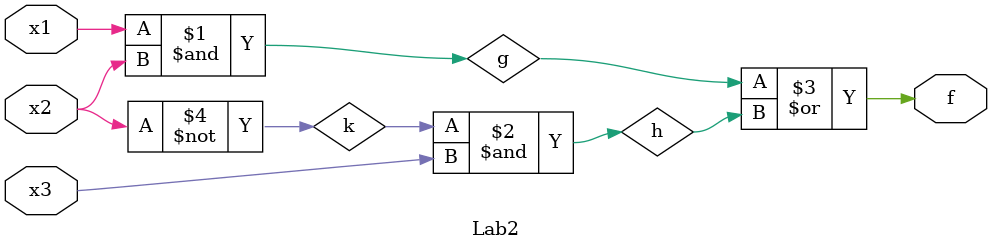
<source format=v>
`timescale 1ns / 1ps
module Lab2(x1, x2, x3, f);

    input x1, x2, x3;
    output f;
    and(g, x1, x2);
    not(k, x2);
    and(h, k, x3);
    or(f,g,h);
endmodule
</source>
